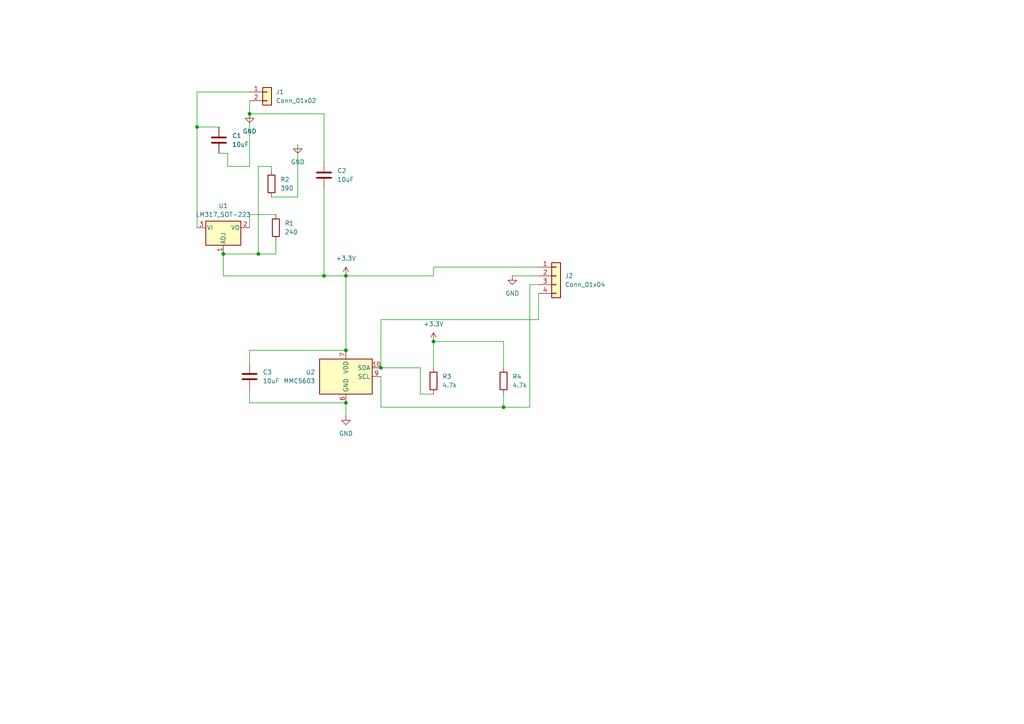
<source format=kicad_sch>
(kicad_sch
	(version 20250114)
	(generator "eeschema")
	(generator_version "9.0")
	(uuid "7be555b6-337b-47c9-81e3-e953299ba0f0")
	(paper "A4")
	(lib_symbols
		(symbol "Connector_Generic:Conn_01x02"
			(pin_names
				(offset 1.016)
				(hide yes)
			)
			(exclude_from_sim no)
			(in_bom yes)
			(on_board yes)
			(property "Reference" "J"
				(at 0 2.54 0)
				(effects
					(font
						(size 1.27 1.27)
					)
				)
			)
			(property "Value" "Conn_01x02"
				(at 0 -5.08 0)
				(effects
					(font
						(size 1.27 1.27)
					)
				)
			)
			(property "Footprint" ""
				(at 0 0 0)
				(effects
					(font
						(size 1.27 1.27)
					)
					(hide yes)
				)
			)
			(property "Datasheet" "~"
				(at 0 0 0)
				(effects
					(font
						(size 1.27 1.27)
					)
					(hide yes)
				)
			)
			(property "Description" "Generic connector, single row, 01x02, script generated (kicad-library-utils/schlib/autogen/connector/)"
				(at 0 0 0)
				(effects
					(font
						(size 1.27 1.27)
					)
					(hide yes)
				)
			)
			(property "ki_keywords" "connector"
				(at 0 0 0)
				(effects
					(font
						(size 1.27 1.27)
					)
					(hide yes)
				)
			)
			(property "ki_fp_filters" "Connector*:*_1x??_*"
				(at 0 0 0)
				(effects
					(font
						(size 1.27 1.27)
					)
					(hide yes)
				)
			)
			(symbol "Conn_01x02_1_1"
				(rectangle
					(start -1.27 1.27)
					(end 1.27 -3.81)
					(stroke
						(width 0.254)
						(type default)
					)
					(fill
						(type background)
					)
				)
				(rectangle
					(start -1.27 0.127)
					(end 0 -0.127)
					(stroke
						(width 0.1524)
						(type default)
					)
					(fill
						(type none)
					)
				)
				(rectangle
					(start -1.27 -2.413)
					(end 0 -2.667)
					(stroke
						(width 0.1524)
						(type default)
					)
					(fill
						(type none)
					)
				)
				(pin passive line
					(at -5.08 0 0)
					(length 3.81)
					(name "Pin_1"
						(effects
							(font
								(size 1.27 1.27)
							)
						)
					)
					(number "1"
						(effects
							(font
								(size 1.27 1.27)
							)
						)
					)
				)
				(pin passive line
					(at -5.08 -2.54 0)
					(length 3.81)
					(name "Pin_2"
						(effects
							(font
								(size 1.27 1.27)
							)
						)
					)
					(number "2"
						(effects
							(font
								(size 1.27 1.27)
							)
						)
					)
				)
			)
			(embedded_fonts no)
		)
		(symbol "Connector_Generic:Conn_01x04"
			(pin_names
				(offset 1.016)
				(hide yes)
			)
			(exclude_from_sim no)
			(in_bom yes)
			(on_board yes)
			(property "Reference" "J"
				(at 0 5.08 0)
				(effects
					(font
						(size 1.27 1.27)
					)
				)
			)
			(property "Value" "Conn_01x04"
				(at 0 -7.62 0)
				(effects
					(font
						(size 1.27 1.27)
					)
				)
			)
			(property "Footprint" ""
				(at 0 0 0)
				(effects
					(font
						(size 1.27 1.27)
					)
					(hide yes)
				)
			)
			(property "Datasheet" "~"
				(at 0 0 0)
				(effects
					(font
						(size 1.27 1.27)
					)
					(hide yes)
				)
			)
			(property "Description" "Generic connector, single row, 01x04, script generated (kicad-library-utils/schlib/autogen/connector/)"
				(at 0 0 0)
				(effects
					(font
						(size 1.27 1.27)
					)
					(hide yes)
				)
			)
			(property "ki_keywords" "connector"
				(at 0 0 0)
				(effects
					(font
						(size 1.27 1.27)
					)
					(hide yes)
				)
			)
			(property "ki_fp_filters" "Connector*:*_1x??_*"
				(at 0 0 0)
				(effects
					(font
						(size 1.27 1.27)
					)
					(hide yes)
				)
			)
			(symbol "Conn_01x04_1_1"
				(rectangle
					(start -1.27 3.81)
					(end 1.27 -6.35)
					(stroke
						(width 0.254)
						(type default)
					)
					(fill
						(type background)
					)
				)
				(rectangle
					(start -1.27 2.667)
					(end 0 2.413)
					(stroke
						(width 0.1524)
						(type default)
					)
					(fill
						(type none)
					)
				)
				(rectangle
					(start -1.27 0.127)
					(end 0 -0.127)
					(stroke
						(width 0.1524)
						(type default)
					)
					(fill
						(type none)
					)
				)
				(rectangle
					(start -1.27 -2.413)
					(end 0 -2.667)
					(stroke
						(width 0.1524)
						(type default)
					)
					(fill
						(type none)
					)
				)
				(rectangle
					(start -1.27 -4.953)
					(end 0 -5.207)
					(stroke
						(width 0.1524)
						(type default)
					)
					(fill
						(type none)
					)
				)
				(pin passive line
					(at -5.08 2.54 0)
					(length 3.81)
					(name "Pin_1"
						(effects
							(font
								(size 1.27 1.27)
							)
						)
					)
					(number "1"
						(effects
							(font
								(size 1.27 1.27)
							)
						)
					)
				)
				(pin passive line
					(at -5.08 0 0)
					(length 3.81)
					(name "Pin_2"
						(effects
							(font
								(size 1.27 1.27)
							)
						)
					)
					(number "2"
						(effects
							(font
								(size 1.27 1.27)
							)
						)
					)
				)
				(pin passive line
					(at -5.08 -2.54 0)
					(length 3.81)
					(name "Pin_3"
						(effects
							(font
								(size 1.27 1.27)
							)
						)
					)
					(number "3"
						(effects
							(font
								(size 1.27 1.27)
							)
						)
					)
				)
				(pin passive line
					(at -5.08 -5.08 0)
					(length 3.81)
					(name "Pin_4"
						(effects
							(font
								(size 1.27 1.27)
							)
						)
					)
					(number "4"
						(effects
							(font
								(size 1.27 1.27)
							)
						)
					)
				)
			)
			(embedded_fonts no)
		)
		(symbol "Device:C"
			(pin_numbers
				(hide yes)
			)
			(pin_names
				(offset 0.254)
			)
			(exclude_from_sim no)
			(in_bom yes)
			(on_board yes)
			(property "Reference" "C"
				(at 0.635 2.54 0)
				(effects
					(font
						(size 1.27 1.27)
					)
					(justify left)
				)
			)
			(property "Value" "C"
				(at 0.635 -2.54 0)
				(effects
					(font
						(size 1.27 1.27)
					)
					(justify left)
				)
			)
			(property "Footprint" ""
				(at 0.9652 -3.81 0)
				(effects
					(font
						(size 1.27 1.27)
					)
					(hide yes)
				)
			)
			(property "Datasheet" "~"
				(at 0 0 0)
				(effects
					(font
						(size 1.27 1.27)
					)
					(hide yes)
				)
			)
			(property "Description" "Unpolarized capacitor"
				(at 0 0 0)
				(effects
					(font
						(size 1.27 1.27)
					)
					(hide yes)
				)
			)
			(property "ki_keywords" "cap capacitor"
				(at 0 0 0)
				(effects
					(font
						(size 1.27 1.27)
					)
					(hide yes)
				)
			)
			(property "ki_fp_filters" "C_*"
				(at 0 0 0)
				(effects
					(font
						(size 1.27 1.27)
					)
					(hide yes)
				)
			)
			(symbol "C_0_1"
				(polyline
					(pts
						(xy -2.032 0.762) (xy 2.032 0.762)
					)
					(stroke
						(width 0.508)
						(type default)
					)
					(fill
						(type none)
					)
				)
				(polyline
					(pts
						(xy -2.032 -0.762) (xy 2.032 -0.762)
					)
					(stroke
						(width 0.508)
						(type default)
					)
					(fill
						(type none)
					)
				)
			)
			(symbol "C_1_1"
				(pin passive line
					(at 0 3.81 270)
					(length 2.794)
					(name "~"
						(effects
							(font
								(size 1.27 1.27)
							)
						)
					)
					(number "1"
						(effects
							(font
								(size 1.27 1.27)
							)
						)
					)
				)
				(pin passive line
					(at 0 -3.81 90)
					(length 2.794)
					(name "~"
						(effects
							(font
								(size 1.27 1.27)
							)
						)
					)
					(number "2"
						(effects
							(font
								(size 1.27 1.27)
							)
						)
					)
				)
			)
			(embedded_fonts no)
		)
		(symbol "Device:R"
			(pin_numbers
				(hide yes)
			)
			(pin_names
				(offset 0)
			)
			(exclude_from_sim no)
			(in_bom yes)
			(on_board yes)
			(property "Reference" "R"
				(at 2.032 0 90)
				(effects
					(font
						(size 1.27 1.27)
					)
				)
			)
			(property "Value" "R"
				(at 0 0 90)
				(effects
					(font
						(size 1.27 1.27)
					)
				)
			)
			(property "Footprint" ""
				(at -1.778 0 90)
				(effects
					(font
						(size 1.27 1.27)
					)
					(hide yes)
				)
			)
			(property "Datasheet" "~"
				(at 0 0 0)
				(effects
					(font
						(size 1.27 1.27)
					)
					(hide yes)
				)
			)
			(property "Description" "Resistor"
				(at 0 0 0)
				(effects
					(font
						(size 1.27 1.27)
					)
					(hide yes)
				)
			)
			(property "ki_keywords" "R res resistor"
				(at 0 0 0)
				(effects
					(font
						(size 1.27 1.27)
					)
					(hide yes)
				)
			)
			(property "ki_fp_filters" "R_*"
				(at 0 0 0)
				(effects
					(font
						(size 1.27 1.27)
					)
					(hide yes)
				)
			)
			(symbol "R_0_1"
				(rectangle
					(start -1.016 -2.54)
					(end 1.016 2.54)
					(stroke
						(width 0.254)
						(type default)
					)
					(fill
						(type none)
					)
				)
			)
			(symbol "R_1_1"
				(pin passive line
					(at 0 3.81 270)
					(length 1.27)
					(name "~"
						(effects
							(font
								(size 1.27 1.27)
							)
						)
					)
					(number "1"
						(effects
							(font
								(size 1.27 1.27)
							)
						)
					)
				)
				(pin passive line
					(at 0 -3.81 90)
					(length 1.27)
					(name "~"
						(effects
							(font
								(size 1.27 1.27)
							)
						)
					)
					(number "2"
						(effects
							(font
								(size 1.27 1.27)
							)
						)
					)
				)
			)
			(embedded_fonts no)
		)
		(symbol "Regulator_Linear:LM317_SOT-223"
			(pin_names
				(offset 0.254)
			)
			(exclude_from_sim no)
			(in_bom yes)
			(on_board yes)
			(property "Reference" "U"
				(at -3.81 3.175 0)
				(effects
					(font
						(size 1.27 1.27)
					)
				)
			)
			(property "Value" "LM317_SOT-223"
				(at 0 3.175 0)
				(effects
					(font
						(size 1.27 1.27)
					)
					(justify left)
				)
			)
			(property "Footprint" "Package_TO_SOT_SMD:SOT-223-3_TabPin2"
				(at 0 6.35 0)
				(effects
					(font
						(size 1.27 1.27)
						(italic yes)
					)
					(hide yes)
				)
			)
			(property "Datasheet" "http://www.ti.com/lit/ds/symlink/lm317.pdf"
				(at 0 0 0)
				(effects
					(font
						(size 1.27 1.27)
					)
					(hide yes)
				)
			)
			(property "Description" "1.5A 35V Adjustable Linear Regulator, SOT-223"
				(at 0 0 0)
				(effects
					(font
						(size 1.27 1.27)
					)
					(hide yes)
				)
			)
			(property "ki_keywords" "Adjustable Voltage Regulator 1A Positive"
				(at 0 0 0)
				(effects
					(font
						(size 1.27 1.27)
					)
					(hide yes)
				)
			)
			(property "ki_fp_filters" "SOT?223*TabPin2*"
				(at 0 0 0)
				(effects
					(font
						(size 1.27 1.27)
					)
					(hide yes)
				)
			)
			(symbol "LM317_SOT-223_0_1"
				(rectangle
					(start -5.08 1.905)
					(end 5.08 -5.08)
					(stroke
						(width 0.254)
						(type default)
					)
					(fill
						(type background)
					)
				)
			)
			(symbol "LM317_SOT-223_1_1"
				(pin power_in line
					(at -7.62 0 0)
					(length 2.54)
					(name "VI"
						(effects
							(font
								(size 1.27 1.27)
							)
						)
					)
					(number "3"
						(effects
							(font
								(size 1.27 1.27)
							)
						)
					)
				)
				(pin input line
					(at 0 -7.62 90)
					(length 2.54)
					(name "ADJ"
						(effects
							(font
								(size 1.27 1.27)
							)
						)
					)
					(number "1"
						(effects
							(font
								(size 1.27 1.27)
							)
						)
					)
				)
				(pin power_out line
					(at 7.62 0 180)
					(length 2.54)
					(name "VO"
						(effects
							(font
								(size 1.27 1.27)
							)
						)
					)
					(number "2"
						(effects
							(font
								(size 1.27 1.27)
							)
						)
					)
				)
			)
			(embedded_fonts no)
		)
		(symbol "Sensor_Gas:SCD40-D-R2"
			(exclude_from_sim no)
			(in_bom yes)
			(on_board yes)
			(property "Reference" "U"
				(at -7.62 6.35 0)
				(effects
					(font
						(size 1.27 1.27)
					)
				)
			)
			(property "Value" "SCD40-D-R2"
				(at 6.985 6.35 0)
				(effects
					(font
						(size 1.27 1.27)
					)
				)
			)
			(property "Footprint" "Sensor:Sensirion_SCD4x-1EP_10.1x10.1mm_P1.25mm_EP4.8x4.8mm"
				(at 0 0 0)
				(effects
					(font
						(size 1.27 1.27)
					)
					(hide yes)
				)
			)
			(property "Datasheet" "https://sensirion.com/media/documents/E0F04247/631EF271/CD_DS_SCD40_SCD41_Datasheet_D1.pdf"
				(at 0 0 0)
				(effects
					(font
						(size 1.27 1.27)
					)
					(hide yes)
				)
			)
			(property "Description" "Photoacoustic CO2 sensor, 40 000 ppm, I2C, 2.4-5.5 V, Base accuracy  400 - 2000 ppm"
				(at 0 0 0)
				(effects
					(font
						(size 1.27 1.27)
					)
					(hide yes)
				)
			)
			(property "ki_keywords" "CO2 sensor I2C"
				(at 0 0 0)
				(effects
					(font
						(size 1.27 1.27)
					)
					(hide yes)
				)
			)
			(property "ki_fp_filters" "Sensirion*SCD4?*"
				(at 0 0 0)
				(effects
					(font
						(size 1.27 1.27)
					)
					(hide yes)
				)
			)
			(symbol "SCD40-D-R2_0_1"
				(rectangle
					(start 7.62 5.08)
					(end -7.62 -5.08)
					(stroke
						(width 0.254)
						(type default)
					)
					(fill
						(type background)
					)
				)
			)
			(symbol "SCD40-D-R2_1_1"
				(pin passive line
					(at 0 7.62 270)
					(length 2.54)
					(hide yes)
					(name "VDD"
						(effects
							(font
								(size 1.27 1.27)
							)
						)
					)
					(number "19"
						(effects
							(font
								(size 1.27 1.27)
							)
						)
					)
				)
				(pin power_in line
					(at 0 7.62 270)
					(length 2.54)
					(name "VDD"
						(effects
							(font
								(size 1.27 1.27)
							)
						)
					)
					(number "7"
						(effects
							(font
								(size 1.27 1.27)
							)
						)
					)
				)
				(pin passive line
					(at 0 -7.62 90)
					(length 2.54)
					(hide yes)
					(name "GND"
						(effects
							(font
								(size 1.27 1.27)
							)
						)
					)
					(number "20"
						(effects
							(font
								(size 1.27 1.27)
							)
						)
					)
				)
				(pin passive line
					(at 0 -7.62 90)
					(length 2.54)
					(hide yes)
					(name "GND"
						(effects
							(font
								(size 1.27 1.27)
							)
						)
					)
					(number "21"
						(effects
							(font
								(size 1.27 1.27)
							)
						)
					)
				)
				(pin power_in line
					(at 0 -7.62 90)
					(length 2.54)
					(name "GND"
						(effects
							(font
								(size 1.27 1.27)
							)
						)
					)
					(number "6"
						(effects
							(font
								(size 1.27 1.27)
							)
						)
					)
				)
				(pin bidirectional line
					(at 10.16 2.54 180)
					(length 2.54)
					(name "SDA"
						(effects
							(font
								(size 1.27 1.27)
							)
						)
					)
					(number "10"
						(effects
							(font
								(size 1.27 1.27)
							)
						)
					)
				)
				(pin input line
					(at 10.16 0 180)
					(length 2.54)
					(name "SCL"
						(effects
							(font
								(size 1.27 1.27)
							)
						)
					)
					(number "9"
						(effects
							(font
								(size 1.27 1.27)
							)
						)
					)
				)
			)
			(embedded_fonts no)
		)
		(symbol "power:+3.3V"
			(power)
			(pin_numbers
				(hide yes)
			)
			(pin_names
				(offset 0)
				(hide yes)
			)
			(exclude_from_sim no)
			(in_bom yes)
			(on_board yes)
			(property "Reference" "#PWR"
				(at 0 -3.81 0)
				(effects
					(font
						(size 1.27 1.27)
					)
					(hide yes)
				)
			)
			(property "Value" "+3.3V"
				(at 0 3.556 0)
				(effects
					(font
						(size 1.27 1.27)
					)
				)
			)
			(property "Footprint" ""
				(at 0 0 0)
				(effects
					(font
						(size 1.27 1.27)
					)
					(hide yes)
				)
			)
			(property "Datasheet" ""
				(at 0 0 0)
				(effects
					(font
						(size 1.27 1.27)
					)
					(hide yes)
				)
			)
			(property "Description" "Power symbol creates a global label with name \"+3.3V\""
				(at 0 0 0)
				(effects
					(font
						(size 1.27 1.27)
					)
					(hide yes)
				)
			)
			(property "ki_keywords" "global power"
				(at 0 0 0)
				(effects
					(font
						(size 1.27 1.27)
					)
					(hide yes)
				)
			)
			(symbol "+3.3V_0_1"
				(polyline
					(pts
						(xy -0.762 1.27) (xy 0 2.54)
					)
					(stroke
						(width 0)
						(type default)
					)
					(fill
						(type none)
					)
				)
				(polyline
					(pts
						(xy 0 2.54) (xy 0.762 1.27)
					)
					(stroke
						(width 0)
						(type default)
					)
					(fill
						(type none)
					)
				)
				(polyline
					(pts
						(xy 0 0) (xy 0 2.54)
					)
					(stroke
						(width 0)
						(type default)
					)
					(fill
						(type none)
					)
				)
			)
			(symbol "+3.3V_1_1"
				(pin power_in line
					(at 0 0 90)
					(length 0)
					(name "~"
						(effects
							(font
								(size 1.27 1.27)
							)
						)
					)
					(number "1"
						(effects
							(font
								(size 1.27 1.27)
							)
						)
					)
				)
			)
			(embedded_fonts no)
		)
		(symbol "power:GND"
			(power)
			(pin_numbers
				(hide yes)
			)
			(pin_names
				(offset 0)
				(hide yes)
			)
			(exclude_from_sim no)
			(in_bom yes)
			(on_board yes)
			(property "Reference" "#PWR"
				(at 0 -6.35 0)
				(effects
					(font
						(size 1.27 1.27)
					)
					(hide yes)
				)
			)
			(property "Value" "GND"
				(at 0 -3.81 0)
				(effects
					(font
						(size 1.27 1.27)
					)
				)
			)
			(property "Footprint" ""
				(at 0 0 0)
				(effects
					(font
						(size 1.27 1.27)
					)
					(hide yes)
				)
			)
			(property "Datasheet" ""
				(at 0 0 0)
				(effects
					(font
						(size 1.27 1.27)
					)
					(hide yes)
				)
			)
			(property "Description" "Power symbol creates a global label with name \"GND\" , ground"
				(at 0 0 0)
				(effects
					(font
						(size 1.27 1.27)
					)
					(hide yes)
				)
			)
			(property "ki_keywords" "global power"
				(at 0 0 0)
				(effects
					(font
						(size 1.27 1.27)
					)
					(hide yes)
				)
			)
			(symbol "GND_0_1"
				(polyline
					(pts
						(xy 0 0) (xy 0 -1.27) (xy 1.27 -1.27) (xy 0 -2.54) (xy -1.27 -1.27) (xy 0 -1.27)
					)
					(stroke
						(width 0)
						(type default)
					)
					(fill
						(type none)
					)
				)
			)
			(symbol "GND_1_1"
				(pin power_in line
					(at 0 0 270)
					(length 0)
					(name "~"
						(effects
							(font
								(size 1.27 1.27)
							)
						)
					)
					(number "1"
						(effects
							(font
								(size 1.27 1.27)
							)
						)
					)
				)
			)
			(embedded_fonts no)
		)
	)
	(junction
		(at 125.73 99.06)
		(diameter 0)
		(color 0 0 0 0)
		(uuid "3e781a82-80e5-4dec-8a40-b20490dcbb1e")
	)
	(junction
		(at 100.33 101.6)
		(diameter 0)
		(color 0 0 0 0)
		(uuid "40662cb1-1f7f-4487-b5ba-8a3da1faa713")
	)
	(junction
		(at 57.15 36.83)
		(diameter 0)
		(color 0 0 0 0)
		(uuid "444c1ee1-901d-49e2-b13f-8154b25b9854")
	)
	(junction
		(at 64.77 73.66)
		(diameter 0)
		(color 0 0 0 0)
		(uuid "4effec0e-1c22-48dc-ab44-ed32d4e2e8b6")
	)
	(junction
		(at 146.05 118.11)
		(diameter 0)
		(color 0 0 0 0)
		(uuid "57133088-0b2c-4c3d-a6f6-dd38985eb2d4")
	)
	(junction
		(at 74.93 73.66)
		(diameter 0)
		(color 0 0 0 0)
		(uuid "7798c140-ba89-4494-ae04-1fd109950c3b")
	)
	(junction
		(at 72.39 33.02)
		(diameter 0)
		(color 0 0 0 0)
		(uuid "b173b30f-6bf7-4151-a6e2-49704cc2f9c4")
	)
	(junction
		(at 100.33 80.01)
		(diameter 0)
		(color 0 0 0 0)
		(uuid "b8a6b7d1-9a06-432a-bad9-50d5df8e4de3")
	)
	(junction
		(at 93.98 80.01)
		(diameter 0)
		(color 0 0 0 0)
		(uuid "c9c34987-4857-4799-9d81-6751fe6bc3c6")
	)
	(junction
		(at 100.33 116.84)
		(diameter 0)
		(color 0 0 0 0)
		(uuid "d4c310ae-9876-4ba3-ac16-2e3c81103c4e")
	)
	(junction
		(at 110.49 106.68)
		(diameter 0)
		(color 0 0 0 0)
		(uuid "e42dee3c-9cc6-4421-962f-71ed977c0c07")
	)
	(wire
		(pts
			(xy 74.93 48.26) (xy 74.93 73.66)
		)
		(stroke
			(width 0)
			(type default)
		)
		(uuid "00795580-643a-400c-9785-3c1d18de7682")
	)
	(wire
		(pts
			(xy 78.74 48.26) (xy 78.74 49.53)
		)
		(stroke
			(width 0)
			(type default)
		)
		(uuid "013cc673-81c7-41fe-879f-08cd45f5a223")
	)
	(wire
		(pts
			(xy 110.49 118.11) (xy 110.49 109.22)
		)
		(stroke
			(width 0)
			(type default)
		)
		(uuid "01d5e1ef-2db3-4dc3-8648-8738d6f29901")
	)
	(wire
		(pts
			(xy 72.39 26.67) (xy 57.15 26.67)
		)
		(stroke
			(width 0)
			(type default)
		)
		(uuid "074ff04f-fa34-49ae-b9ef-b18e30cd59c7")
	)
	(wire
		(pts
			(xy 57.15 26.67) (xy 57.15 36.83)
		)
		(stroke
			(width 0)
			(type default)
		)
		(uuid "091bad15-68ec-4790-83eb-9dc859ef49a1")
	)
	(wire
		(pts
			(xy 125.73 77.47) (xy 125.73 80.01)
		)
		(stroke
			(width 0)
			(type default)
		)
		(uuid "10231626-23d4-4181-bdd1-4f933ddab6e8")
	)
	(wire
		(pts
			(xy 125.73 114.3) (xy 121.92 114.3)
		)
		(stroke
			(width 0)
			(type default)
		)
		(uuid "123706b7-8b57-48af-b858-196cab7e1c05")
	)
	(wire
		(pts
			(xy 63.5 44.45) (xy 66.04 44.45)
		)
		(stroke
			(width 0)
			(type default)
		)
		(uuid "12f231ef-c562-4fe8-9fd0-9f6438b5192f")
	)
	(wire
		(pts
			(xy 100.33 80.01) (xy 100.33 101.6)
		)
		(stroke
			(width 0)
			(type default)
		)
		(uuid "1385b112-b271-4457-b69c-4c4393ba2f51")
	)
	(wire
		(pts
			(xy 156.21 85.09) (xy 156.21 92.71)
		)
		(stroke
			(width 0)
			(type default)
		)
		(uuid "222413ad-c885-4a80-a838-3c3589194717")
	)
	(wire
		(pts
			(xy 93.98 46.99) (xy 93.98 33.02)
		)
		(stroke
			(width 0)
			(type default)
		)
		(uuid "227c332a-a414-4be4-933d-ec3fc2a07e06")
	)
	(wire
		(pts
			(xy 100.33 116.84) (xy 100.33 120.65)
		)
		(stroke
			(width 0)
			(type default)
		)
		(uuid "25456ba6-73d5-4c4c-829d-1cc83ebe8aee")
	)
	(wire
		(pts
			(xy 93.98 54.61) (xy 93.98 80.01)
		)
		(stroke
			(width 0)
			(type default)
		)
		(uuid "25744d03-8609-4bc6-b3f7-4d501624b989")
	)
	(wire
		(pts
			(xy 72.39 105.41) (xy 72.39 101.6)
		)
		(stroke
			(width 0)
			(type default)
		)
		(uuid "2c199314-45c1-4e6d-bcb6-a7e364a45c63")
	)
	(wire
		(pts
			(xy 64.77 73.66) (xy 64.77 80.01)
		)
		(stroke
			(width 0)
			(type default)
		)
		(uuid "3127034e-e17a-4dbb-8b97-43f7a070c680")
	)
	(wire
		(pts
			(xy 121.92 114.3) (xy 121.92 106.68)
		)
		(stroke
			(width 0)
			(type default)
		)
		(uuid "332464d2-5174-46d7-af06-8db1a31c622b")
	)
	(wire
		(pts
			(xy 125.73 99.06) (xy 125.73 106.68)
		)
		(stroke
			(width 0)
			(type default)
		)
		(uuid "33616a6e-9b8f-4fe3-a81e-8f6a569806c4")
	)
	(wire
		(pts
			(xy 93.98 80.01) (xy 100.33 80.01)
		)
		(stroke
			(width 0)
			(type default)
		)
		(uuid "35c7c3ae-6e84-4bfb-bfb9-93485138d0a4")
	)
	(wire
		(pts
			(xy 72.39 62.23) (xy 72.39 66.04)
		)
		(stroke
			(width 0)
			(type default)
		)
		(uuid "35fc0b3e-5c81-48d9-a971-1e2ef33e2822")
	)
	(wire
		(pts
			(xy 78.74 57.15) (xy 86.36 57.15)
		)
		(stroke
			(width 0)
			(type default)
		)
		(uuid "42ef3e71-6dbb-442a-bfd8-8fdbe29cfb47")
	)
	(wire
		(pts
			(xy 72.39 101.6) (xy 100.33 101.6)
		)
		(stroke
			(width 0)
			(type default)
		)
		(uuid "46610110-b934-4e1e-858b-f16016a4e52a")
	)
	(wire
		(pts
			(xy 156.21 82.55) (xy 153.67 82.55)
		)
		(stroke
			(width 0)
			(type default)
		)
		(uuid "4b2223f3-751c-4616-b646-0b4a335e4448")
	)
	(wire
		(pts
			(xy 72.39 29.21) (xy 72.39 33.02)
		)
		(stroke
			(width 0)
			(type default)
		)
		(uuid "5a36c238-0db3-4bd7-a98a-1aa1683be44f")
	)
	(wire
		(pts
			(xy 63.5 36.83) (xy 57.15 36.83)
		)
		(stroke
			(width 0)
			(type default)
		)
		(uuid "5aef47cb-731c-415b-b341-f8ae97bf0ec2")
	)
	(wire
		(pts
			(xy 146.05 114.3) (xy 146.05 118.11)
		)
		(stroke
			(width 0)
			(type default)
		)
		(uuid "5b551e21-53dd-45a9-a06e-8d0fa1162ef9")
	)
	(wire
		(pts
			(xy 146.05 99.06) (xy 125.73 99.06)
		)
		(stroke
			(width 0)
			(type default)
		)
		(uuid "5cb68069-6674-402b-8deb-1f6262166497")
	)
	(wire
		(pts
			(xy 80.01 62.23) (xy 72.39 62.23)
		)
		(stroke
			(width 0)
			(type default)
		)
		(uuid "5d53e793-30d1-4f7d-aa80-772cec292b82")
	)
	(wire
		(pts
			(xy 64.77 73.66) (xy 74.93 73.66)
		)
		(stroke
			(width 0)
			(type default)
		)
		(uuid "71f78566-7216-45c2-bbc3-333be8d5a98b")
	)
	(wire
		(pts
			(xy 121.92 106.68) (xy 110.49 106.68)
		)
		(stroke
			(width 0)
			(type default)
		)
		(uuid "75581824-73c9-4aab-9ac7-fc442acaf49a")
	)
	(wire
		(pts
			(xy 74.93 48.26) (xy 78.74 48.26)
		)
		(stroke
			(width 0)
			(type default)
		)
		(uuid "83ea6127-f78e-42af-b5f9-d4191f1a48fd")
	)
	(wire
		(pts
			(xy 125.73 80.01) (xy 100.33 80.01)
		)
		(stroke
			(width 0)
			(type default)
		)
		(uuid "854fbf9e-b6d3-4332-bede-0bee9fb55784")
	)
	(wire
		(pts
			(xy 66.04 48.26) (xy 72.39 48.26)
		)
		(stroke
			(width 0)
			(type default)
		)
		(uuid "89323c45-b80f-457a-a4c6-2b36ac02d734")
	)
	(wire
		(pts
			(xy 72.39 33.02) (xy 93.98 33.02)
		)
		(stroke
			(width 0)
			(type default)
		)
		(uuid "8d581f22-8cdf-47a7-a1a5-65b78cb3c84c")
	)
	(wire
		(pts
			(xy 57.15 36.83) (xy 57.15 66.04)
		)
		(stroke
			(width 0)
			(type default)
		)
		(uuid "8da1e5ed-479f-49bc-9ee6-e9bd9fad65fe")
	)
	(wire
		(pts
			(xy 146.05 99.06) (xy 146.05 106.68)
		)
		(stroke
			(width 0)
			(type default)
		)
		(uuid "92ba119c-3e2e-49fd-b713-2f8a9bd4a56e")
	)
	(wire
		(pts
			(xy 74.93 73.66) (xy 80.01 73.66)
		)
		(stroke
			(width 0)
			(type default)
		)
		(uuid "938902ec-0214-4dea-9c31-a33e84eff697")
	)
	(wire
		(pts
			(xy 156.21 92.71) (xy 110.49 92.71)
		)
		(stroke
			(width 0)
			(type default)
		)
		(uuid "981ce834-eb67-46ed-89ea-ffa064e70622")
	)
	(wire
		(pts
			(xy 80.01 69.85) (xy 80.01 73.66)
		)
		(stroke
			(width 0)
			(type default)
		)
		(uuid "98f4249c-5125-457e-8a27-94c07f9e1dd3")
	)
	(wire
		(pts
			(xy 110.49 92.71) (xy 110.49 106.68)
		)
		(stroke
			(width 0)
			(type default)
		)
		(uuid "9f088126-64ed-41ba-a867-17349e8f3290")
	)
	(wire
		(pts
			(xy 86.36 41.91) (xy 86.36 57.15)
		)
		(stroke
			(width 0)
			(type default)
		)
		(uuid "a8d8d90e-88c9-4b6f-9c7e-7d849b44a9e5")
	)
	(wire
		(pts
			(xy 64.77 72.39) (xy 64.77 73.66)
		)
		(stroke
			(width 0)
			(type default)
		)
		(uuid "b27d4e02-b8a0-4ec1-984b-e05ac1fb8887")
	)
	(wire
		(pts
			(xy 72.39 48.26) (xy 72.39 33.02)
		)
		(stroke
			(width 0)
			(type default)
		)
		(uuid "b53c31e7-5669-4fe4-b7bf-f48cd89cf337")
	)
	(wire
		(pts
			(xy 64.77 80.01) (xy 93.98 80.01)
		)
		(stroke
			(width 0)
			(type default)
		)
		(uuid "b917e8a5-2ee7-41de-b630-7ac0b93fcd50")
	)
	(wire
		(pts
			(xy 146.05 118.11) (xy 110.49 118.11)
		)
		(stroke
			(width 0)
			(type default)
		)
		(uuid "ba9245b5-8320-4d46-97d2-f787372bd6c9")
	)
	(wire
		(pts
			(xy 153.67 118.11) (xy 146.05 118.11)
		)
		(stroke
			(width 0)
			(type default)
		)
		(uuid "bc365d00-0d33-4955-a955-b1e98d7128a2")
	)
	(wire
		(pts
			(xy 72.39 116.84) (xy 100.33 116.84)
		)
		(stroke
			(width 0)
			(type default)
		)
		(uuid "be3aad9b-221e-4711-b69c-cd01b18695a7")
	)
	(wire
		(pts
			(xy 148.59 80.01) (xy 156.21 80.01)
		)
		(stroke
			(width 0)
			(type default)
		)
		(uuid "ca5a0dba-dc5e-40a4-b36f-234bf1442b37")
	)
	(wire
		(pts
			(xy 156.21 77.47) (xy 125.73 77.47)
		)
		(stroke
			(width 0)
			(type default)
		)
		(uuid "ca9a69df-bbb0-46d1-be0e-e2cd93085660")
	)
	(wire
		(pts
			(xy 153.67 82.55) (xy 153.67 118.11)
		)
		(stroke
			(width 0)
			(type default)
		)
		(uuid "cdb05e4c-7e11-400a-9bf2-e75aceb9b1a3")
	)
	(wire
		(pts
			(xy 72.39 113.03) (xy 72.39 116.84)
		)
		(stroke
			(width 0)
			(type default)
		)
		(uuid "d5883fcd-7475-420b-9657-7870dbddb3e5")
	)
	(wire
		(pts
			(xy 66.04 44.45) (xy 66.04 48.26)
		)
		(stroke
			(width 0)
			(type default)
		)
		(uuid "de7ae992-db36-486a-87ec-b6278a822b65")
	)
	(symbol
		(lib_id "power:GND")
		(at 72.39 33.02 0)
		(unit 1)
		(exclude_from_sim no)
		(in_bom yes)
		(on_board yes)
		(dnp no)
		(fields_autoplaced yes)
		(uuid "0a493684-c230-4d95-b8bf-3e030ddb1323")
		(property "Reference" "#PWR01"
			(at 72.39 39.37 0)
			(effects
				(font
					(size 1.27 1.27)
				)
				(hide yes)
			)
		)
		(property "Value" "GND"
			(at 72.39 38.1 0)
			(effects
				(font
					(size 1.27 1.27)
				)
			)
		)
		(property "Footprint" ""
			(at 72.39 33.02 0)
			(effects
				(font
					(size 1.27 1.27)
				)
				(hide yes)
			)
		)
		(property "Datasheet" ""
			(at 72.39 33.02 0)
			(effects
				(font
					(size 1.27 1.27)
				)
				(hide yes)
			)
		)
		(property "Description" "Power symbol creates a global label with name \"GND\" , ground"
			(at 72.39 33.02 0)
			(effects
				(font
					(size 1.27 1.27)
				)
				(hide yes)
			)
		)
		(pin "1"
			(uuid "1b67f015-392d-4b96-961d-f915ed1dbdd5")
		)
		(instances
			(project ""
				(path "/7be555b6-337b-47c9-81e3-e953299ba0f0"
					(reference "#PWR01")
					(unit 1)
				)
			)
		)
	)
	(symbol
		(lib_id "Connector_Generic:Conn_01x02")
		(at 77.47 26.67 0)
		(unit 1)
		(exclude_from_sim no)
		(in_bom yes)
		(on_board yes)
		(dnp no)
		(fields_autoplaced yes)
		(uuid "1dbda09e-112e-4215-b235-7918111e8c0c")
		(property "Reference" "J1"
			(at 80.01 26.6699 0)
			(effects
				(font
					(size 1.27 1.27)
				)
				(justify left)
			)
		)
		(property "Value" "Conn_01x02"
			(at 80.01 29.2099 0)
			(effects
				(font
					(size 1.27 1.27)
				)
				(justify left)
			)
		)
		(property "Footprint" "Connector_PinHeader_2.54mm:PinHeader_1x02_P2.54mm_Vertical"
			(at 77.47 26.67 0)
			(effects
				(font
					(size 1.27 1.27)
				)
				(hide yes)
			)
		)
		(property "Datasheet" "~"
			(at 77.47 26.67 0)
			(effects
				(font
					(size 1.27 1.27)
				)
				(hide yes)
			)
		)
		(property "Description" "Generic connector, single row, 01x02, script generated (kicad-library-utils/schlib/autogen/connector/)"
			(at 77.47 26.67 0)
			(effects
				(font
					(size 1.27 1.27)
				)
				(hide yes)
			)
		)
		(pin "2"
			(uuid "b29afea1-8ae4-46ab-a8a4-0b97d2af0b33")
		)
		(pin "1"
			(uuid "f041f421-2c1f-4095-b1cc-2c262a9f7a80")
		)
		(instances
			(project ""
				(path "/7be555b6-337b-47c9-81e3-e953299ba0f0"
					(reference "J1")
					(unit 1)
				)
			)
		)
	)
	(symbol
		(lib_id "Device:C")
		(at 93.98 50.8 0)
		(unit 1)
		(exclude_from_sim no)
		(in_bom yes)
		(on_board yes)
		(dnp no)
		(fields_autoplaced yes)
		(uuid "1f57e93b-125a-44a1-ad75-4070a36869a7")
		(property "Reference" "C2"
			(at 97.79 49.5299 0)
			(effects
				(font
					(size 1.27 1.27)
				)
				(justify left)
			)
		)
		(property "Value" "10uF"
			(at 97.79 52.0699 0)
			(effects
				(font
					(size 1.27 1.27)
				)
				(justify left)
			)
		)
		(property "Footprint" "Capacitor_SMD:C_0805_2012Metric"
			(at 94.9452 54.61 0)
			(effects
				(font
					(size 1.27 1.27)
				)
				(hide yes)
			)
		)
		(property "Datasheet" "~"
			(at 93.98 50.8 0)
			(effects
				(font
					(size 1.27 1.27)
				)
				(hide yes)
			)
		)
		(property "Description" "Unpolarized capacitor"
			(at 93.98 50.8 0)
			(effects
				(font
					(size 1.27 1.27)
				)
				(hide yes)
			)
		)
		(pin "1"
			(uuid "55fdafe1-5f24-4665-afa1-4a54682b7b1d")
		)
		(pin "2"
			(uuid "7913a977-edf0-4379-9e6e-15792602efd1")
		)
		(instances
			(project "PCB Warm-up"
				(path "/7be555b6-337b-47c9-81e3-e953299ba0f0"
					(reference "C2")
					(unit 1)
				)
			)
		)
	)
	(symbol
		(lib_id "Device:C")
		(at 63.5 40.64 0)
		(unit 1)
		(exclude_from_sim no)
		(in_bom yes)
		(on_board yes)
		(dnp no)
		(fields_autoplaced yes)
		(uuid "228164a6-efbc-4505-ac84-d62357c92a48")
		(property "Reference" "C1"
			(at 67.31 39.3699 0)
			(effects
				(font
					(size 1.27 1.27)
				)
				(justify left)
			)
		)
		(property "Value" "10uF"
			(at 67.31 41.9099 0)
			(effects
				(font
					(size 1.27 1.27)
				)
				(justify left)
			)
		)
		(property "Footprint" "Capacitor_SMD:C_0805_2012Metric"
			(at 64.4652 44.45 0)
			(effects
				(font
					(size 1.27 1.27)
				)
				(hide yes)
			)
		)
		(property "Datasheet" "~"
			(at 63.5 40.64 0)
			(effects
				(font
					(size 1.27 1.27)
				)
				(hide yes)
			)
		)
		(property "Description" "Unpolarized capacitor"
			(at 63.5 40.64 0)
			(effects
				(font
					(size 1.27 1.27)
				)
				(hide yes)
			)
		)
		(pin "1"
			(uuid "1391fc2c-6dcc-445e-a1f8-eef971cb7089")
		)
		(pin "2"
			(uuid "2791fe4e-4044-487c-82cd-824e4759d868")
		)
		(instances
			(project ""
				(path "/7be555b6-337b-47c9-81e3-e953299ba0f0"
					(reference "C1")
					(unit 1)
				)
			)
		)
	)
	(symbol
		(lib_id "Device:R")
		(at 125.73 110.49 0)
		(unit 1)
		(exclude_from_sim no)
		(in_bom yes)
		(on_board yes)
		(dnp no)
		(fields_autoplaced yes)
		(uuid "55771e7f-4433-4f85-9f66-c95799fcadc9")
		(property "Reference" "R3"
			(at 128.27 109.2199 0)
			(effects
				(font
					(size 1.27 1.27)
				)
				(justify left)
			)
		)
		(property "Value" "4.7k"
			(at 128.27 111.7599 0)
			(effects
				(font
					(size 1.27 1.27)
				)
				(justify left)
			)
		)
		(property "Footprint" "Resistor_SMD:R_0805_2012Metric"
			(at 123.952 110.49 90)
			(effects
				(font
					(size 1.27 1.27)
				)
				(hide yes)
			)
		)
		(property "Datasheet" "~"
			(at 125.73 110.49 0)
			(effects
				(font
					(size 1.27 1.27)
				)
				(hide yes)
			)
		)
		(property "Description" "Resistor"
			(at 125.73 110.49 0)
			(effects
				(font
					(size 1.27 1.27)
				)
				(hide yes)
			)
		)
		(pin "2"
			(uuid "6cddf767-d1ee-4e9e-bc1e-23b64cf86382")
		)
		(pin "1"
			(uuid "6ef7abf3-b4f2-42d1-8580-68260d50e0a8")
		)
		(instances
			(project ""
				(path "/7be555b6-337b-47c9-81e3-e953299ba0f0"
					(reference "R3")
					(unit 1)
				)
			)
		)
	)
	(symbol
		(lib_id "Regulator_Linear:LM317_SOT-223")
		(at 64.77 66.04 0)
		(unit 1)
		(exclude_from_sim no)
		(in_bom yes)
		(on_board yes)
		(dnp no)
		(fields_autoplaced yes)
		(uuid "8a2e7d34-236d-4100-af81-85dc23fe18c5")
		(property "Reference" "U1"
			(at 64.77 59.69 0)
			(effects
				(font
					(size 1.27 1.27)
				)
			)
		)
		(property "Value" "LM317_SOT-223"
			(at 64.77 62.23 0)
			(effects
				(font
					(size 1.27 1.27)
				)
			)
		)
		(property "Footprint" "Package_TO_SOT_SMD:SOT-223-3_TabPin2"
			(at 64.77 59.69 0)
			(effects
				(font
					(size 1.27 1.27)
					(italic yes)
				)
				(hide yes)
			)
		)
		(property "Datasheet" "http://www.ti.com/lit/ds/symlink/lm317.pdf"
			(at 64.77 66.04 0)
			(effects
				(font
					(size 1.27 1.27)
				)
				(hide yes)
			)
		)
		(property "Description" "1.5A 35V Adjustable Linear Regulator, SOT-223"
			(at 64.77 66.04 0)
			(effects
				(font
					(size 1.27 1.27)
				)
				(hide yes)
			)
		)
		(pin "2"
			(uuid "f182dd3f-a1c4-49e7-905a-25a5d7909745")
		)
		(pin "1"
			(uuid "ae30de33-3b17-4091-a374-c381669a2b43")
		)
		(pin "3"
			(uuid "bc1deccd-8665-4023-8073-3e80adf221e0")
		)
		(instances
			(project ""
				(path "/7be555b6-337b-47c9-81e3-e953299ba0f0"
					(reference "U1")
					(unit 1)
				)
			)
		)
	)
	(symbol
		(lib_id "Sensor_Gas:SCD40-D-R2")
		(at 100.33 109.22 0)
		(unit 1)
		(exclude_from_sim no)
		(in_bom yes)
		(on_board yes)
		(dnp no)
		(fields_autoplaced yes)
		(uuid "acd8d909-0c24-413c-a346-fdc6581e5a48")
		(property "Reference" "U2"
			(at 91.44 107.9499 0)
			(effects
				(font
					(size 1.27 1.27)
				)
				(justify right)
			)
		)
		(property "Value" "MMC5603"
			(at 91.44 110.4899 0)
			(effects
				(font
					(size 1.27 1.27)
				)
				(justify right)
			)
		)
		(property "Footprint" "Sensor:Sensirion_SCD4x-1EP_10.1x10.1mm_P1.25mm_EP4.8x4.8mm"
			(at 100.33 109.22 0)
			(effects
				(font
					(size 1.27 1.27)
				)
				(hide yes)
			)
		)
		(property "Datasheet" "https://sensirion.com/media/documents/E0F04247/631EF271/CD_DS_SCD40_SCD41_Datasheet_D1.pdf"
			(at 100.33 109.22 0)
			(effects
				(font
					(size 1.27 1.27)
				)
				(hide yes)
			)
		)
		(property "Description" "Photoacoustic CO2 sensor, 40 000 ppm, I2C, 2.4-5.5 V, Base accuracy  400 - 2000 ppm"
			(at 100.33 109.22 0)
			(effects
				(font
					(size 1.27 1.27)
				)
				(hide yes)
			)
		)
		(pin "10"
			(uuid "9cb91349-b7d7-4e0b-b6a3-170d0ebb8a3f")
		)
		(pin "21"
			(uuid "f9b870e3-6b28-4894-a351-d0fb64307326")
		)
		(pin "7"
			(uuid "b779b3cc-816e-493d-a8a1-6b67645018ed")
		)
		(pin "6"
			(uuid "c93cfdc7-3366-432f-a7ef-87dc289fbbbb")
		)
		(pin "19"
			(uuid "4be16c19-31c1-492a-9054-07327b7eeaba")
		)
		(pin "9"
			(uuid "9469e881-c98a-4897-aeb7-c8a34963d3b5")
		)
		(pin "20"
			(uuid "8fd9acec-776c-4d9d-a305-9e195a349ee1")
		)
		(instances
			(project ""
				(path "/7be555b6-337b-47c9-81e3-e953299ba0f0"
					(reference "U2")
					(unit 1)
				)
			)
		)
	)
	(symbol
		(lib_id "power:GND")
		(at 148.59 80.01 0)
		(unit 1)
		(exclude_from_sim no)
		(in_bom yes)
		(on_board yes)
		(dnp no)
		(fields_autoplaced yes)
		(uuid "c72fc86d-6192-4690-ad51-6d47d7fd0735")
		(property "Reference" "#PWR04"
			(at 148.59 86.36 0)
			(effects
				(font
					(size 1.27 1.27)
				)
				(hide yes)
			)
		)
		(property "Value" "GND"
			(at 148.59 85.09 0)
			(effects
				(font
					(size 1.27 1.27)
				)
			)
		)
		(property "Footprint" ""
			(at 148.59 80.01 0)
			(effects
				(font
					(size 1.27 1.27)
				)
				(hide yes)
			)
		)
		(property "Datasheet" ""
			(at 148.59 80.01 0)
			(effects
				(font
					(size 1.27 1.27)
				)
				(hide yes)
			)
		)
		(property "Description" "Power symbol creates a global label with name \"GND\" , ground"
			(at 148.59 80.01 0)
			(effects
				(font
					(size 1.27 1.27)
				)
				(hide yes)
			)
		)
		(pin "1"
			(uuid "4516efa4-96b8-47dc-a2c7-a88a459a5d1f")
		)
		(instances
			(project ""
				(path "/7be555b6-337b-47c9-81e3-e953299ba0f0"
					(reference "#PWR04")
					(unit 1)
				)
			)
		)
	)
	(symbol
		(lib_id "power:+3.3V")
		(at 100.33 80.01 0)
		(unit 1)
		(exclude_from_sim no)
		(in_bom yes)
		(on_board yes)
		(dnp no)
		(fields_autoplaced yes)
		(uuid "c7447996-4c59-4e10-bef3-1e16e4750eae")
		(property "Reference" "#PWR02"
			(at 100.33 83.82 0)
			(effects
				(font
					(size 1.27 1.27)
				)
				(hide yes)
			)
		)
		(property "Value" "+3.3V"
			(at 100.33 74.93 0)
			(effects
				(font
					(size 1.27 1.27)
				)
			)
		)
		(property "Footprint" ""
			(at 100.33 80.01 0)
			(effects
				(font
					(size 1.27 1.27)
				)
				(hide yes)
			)
		)
		(property "Datasheet" ""
			(at 100.33 80.01 0)
			(effects
				(font
					(size 1.27 1.27)
				)
				(hide yes)
			)
		)
		(property "Description" "Power symbol creates a global label with name \"+3.3V\""
			(at 100.33 80.01 0)
			(effects
				(font
					(size 1.27 1.27)
				)
				(hide yes)
			)
		)
		(pin "1"
			(uuid "15a576c2-5742-4f4d-8888-51f72798ea64")
		)
		(instances
			(project ""
				(path "/7be555b6-337b-47c9-81e3-e953299ba0f0"
					(reference "#PWR02")
					(unit 1)
				)
			)
		)
	)
	(symbol
		(lib_id "power:GND")
		(at 86.36 41.91 0)
		(unit 1)
		(exclude_from_sim no)
		(in_bom yes)
		(on_board yes)
		(dnp no)
		(fields_autoplaced yes)
		(uuid "cc43da8c-2035-40c0-8d56-b3c87d2e5913")
		(property "Reference" "#PWR05"
			(at 86.36 48.26 0)
			(effects
				(font
					(size 1.27 1.27)
				)
				(hide yes)
			)
		)
		(property "Value" "GND"
			(at 86.36 46.99 0)
			(effects
				(font
					(size 1.27 1.27)
				)
			)
		)
		(property "Footprint" ""
			(at 86.36 41.91 0)
			(effects
				(font
					(size 1.27 1.27)
				)
				(hide yes)
			)
		)
		(property "Datasheet" ""
			(at 86.36 41.91 0)
			(effects
				(font
					(size 1.27 1.27)
				)
				(hide yes)
			)
		)
		(property "Description" "Power symbol creates a global label with name \"GND\" , ground"
			(at 86.36 41.91 0)
			(effects
				(font
					(size 1.27 1.27)
				)
				(hide yes)
			)
		)
		(pin "1"
			(uuid "f3d373b2-15f2-4a99-a7de-2519a0c53b5e")
		)
		(instances
			(project ""
				(path "/7be555b6-337b-47c9-81e3-e953299ba0f0"
					(reference "#PWR05")
					(unit 1)
				)
			)
		)
	)
	(symbol
		(lib_id "Device:R")
		(at 78.74 53.34 0)
		(unit 1)
		(exclude_from_sim no)
		(in_bom yes)
		(on_board yes)
		(dnp no)
		(fields_autoplaced yes)
		(uuid "d8e2aaa6-1b41-4c30-bf3b-0d6118e2d8fc")
		(property "Reference" "R2"
			(at 81.28 52.0699 0)
			(effects
				(font
					(size 1.27 1.27)
				)
				(justify left)
			)
		)
		(property "Value" "390"
			(at 81.28 54.6099 0)
			(effects
				(font
					(size 1.27 1.27)
				)
				(justify left)
			)
		)
		(property "Footprint" "Resistor_SMD:R_0805_2012Metric"
			(at 76.962 53.34 90)
			(effects
				(font
					(size 1.27 1.27)
				)
				(hide yes)
			)
		)
		(property "Datasheet" "~"
			(at 78.74 53.34 0)
			(effects
				(font
					(size 1.27 1.27)
				)
				(hide yes)
			)
		)
		(property "Description" "Resistor"
			(at 78.74 53.34 0)
			(effects
				(font
					(size 1.27 1.27)
				)
				(hide yes)
			)
		)
		(pin "2"
			(uuid "e2e9e49f-c7ac-41e4-9243-415ff784c97b")
		)
		(pin "1"
			(uuid "e44baa9e-a135-41b0-af39-a5e525da2f8c")
		)
		(instances
			(project ""
				(path "/7be555b6-337b-47c9-81e3-e953299ba0f0"
					(reference "R2")
					(unit 1)
				)
			)
		)
	)
	(symbol
		(lib_id "Device:C")
		(at 72.39 109.22 0)
		(unit 1)
		(exclude_from_sim no)
		(in_bom yes)
		(on_board yes)
		(dnp no)
		(fields_autoplaced yes)
		(uuid "da57b7e7-7d7c-4dc0-aa74-a045b61f751d")
		(property "Reference" "C3"
			(at 76.2 107.9499 0)
			(effects
				(font
					(size 1.27 1.27)
				)
				(justify left)
			)
		)
		(property "Value" "10uF"
			(at 76.2 110.4899 0)
			(effects
				(font
					(size 1.27 1.27)
				)
				(justify left)
			)
		)
		(property "Footprint" "Capacitor_SMD:C_0805_2012Metric"
			(at 73.3552 113.03 0)
			(effects
				(font
					(size 1.27 1.27)
				)
				(hide yes)
			)
		)
		(property "Datasheet" "~"
			(at 72.39 109.22 0)
			(effects
				(font
					(size 1.27 1.27)
				)
				(hide yes)
			)
		)
		(property "Description" "Unpolarized capacitor"
			(at 72.39 109.22 0)
			(effects
				(font
					(size 1.27 1.27)
				)
				(hide yes)
			)
		)
		(pin "1"
			(uuid "c075bc82-de54-48de-a7ba-15e5410253b1")
		)
		(pin "2"
			(uuid "3b507927-a09b-43a6-afd5-12b00c630a98")
		)
		(instances
			(project "PCB Warm-up"
				(path "/7be555b6-337b-47c9-81e3-e953299ba0f0"
					(reference "C3")
					(unit 1)
				)
			)
		)
	)
	(symbol
		(lib_id "Device:R")
		(at 146.05 110.49 0)
		(unit 1)
		(exclude_from_sim no)
		(in_bom yes)
		(on_board yes)
		(dnp no)
		(uuid "db653a0c-c444-443d-a80e-df97eeeb9109")
		(property "Reference" "R4"
			(at 148.59 109.2199 0)
			(effects
				(font
					(size 1.27 1.27)
				)
				(justify left)
			)
		)
		(property "Value" "4.7k"
			(at 148.59 111.7599 0)
			(effects
				(font
					(size 1.27 1.27)
				)
				(justify left)
			)
		)
		(property "Footprint" "Resistor_SMD:R_0805_2012Metric"
			(at 144.272 110.49 90)
			(effects
				(font
					(size 1.27 1.27)
				)
				(hide yes)
			)
		)
		(property "Datasheet" "~"
			(at 146.05 110.49 0)
			(effects
				(font
					(size 1.27 1.27)
				)
				(hide yes)
			)
		)
		(property "Description" "Resistor"
			(at 146.05 110.49 0)
			(effects
				(font
					(size 1.27 1.27)
				)
				(hide yes)
			)
		)
		(pin "2"
			(uuid "969cdb01-a8fb-40e9-895a-e9d97c414369")
		)
		(pin "1"
			(uuid "eb201869-3e9f-4421-af86-7ea0dfd1e967")
		)
		(instances
			(project "PCB Warm-up"
				(path "/7be555b6-337b-47c9-81e3-e953299ba0f0"
					(reference "R4")
					(unit 1)
				)
			)
		)
	)
	(symbol
		(lib_id "Device:R")
		(at 80.01 66.04 0)
		(unit 1)
		(exclude_from_sim no)
		(in_bom yes)
		(on_board yes)
		(dnp no)
		(fields_autoplaced yes)
		(uuid "db7ac131-e690-4f1f-90fe-782fcdaed468")
		(property "Reference" "R1"
			(at 82.55 64.7699 0)
			(effects
				(font
					(size 1.27 1.27)
				)
				(justify left)
			)
		)
		(property "Value" "240"
			(at 82.55 67.3099 0)
			(effects
				(font
					(size 1.27 1.27)
				)
				(justify left)
			)
		)
		(property "Footprint" "Resistor_SMD:R_0805_2012Metric"
			(at 78.232 66.04 90)
			(effects
				(font
					(size 1.27 1.27)
				)
				(hide yes)
			)
		)
		(property "Datasheet" "~"
			(at 80.01 66.04 0)
			(effects
				(font
					(size 1.27 1.27)
				)
				(hide yes)
			)
		)
		(property "Description" "Resistor"
			(at 80.01 66.04 0)
			(effects
				(font
					(size 1.27 1.27)
				)
				(hide yes)
			)
		)
		(pin "1"
			(uuid "48ee510a-1367-4dbc-8dc2-e6ae8ead12c4")
		)
		(pin "2"
			(uuid "6c9f5ca7-d1bf-4c6a-b33d-c45514ef2bd9")
		)
		(instances
			(project ""
				(path "/7be555b6-337b-47c9-81e3-e953299ba0f0"
					(reference "R1")
					(unit 1)
				)
			)
		)
	)
	(symbol
		(lib_id "Connector_Generic:Conn_01x04")
		(at 161.29 80.01 0)
		(unit 1)
		(exclude_from_sim no)
		(in_bom yes)
		(on_board yes)
		(dnp no)
		(fields_autoplaced yes)
		(uuid "e3de90b2-5b13-44ae-950b-14569c269288")
		(property "Reference" "J2"
			(at 163.83 80.0099 0)
			(effects
				(font
					(size 1.27 1.27)
				)
				(justify left)
			)
		)
		(property "Value" "Conn_01x04"
			(at 163.83 82.5499 0)
			(effects
				(font
					(size 1.27 1.27)
				)
				(justify left)
			)
		)
		(property "Footprint" "Connector_PinHeader_2.54mm:PinHeader_1x04_P2.54mm_Vertical"
			(at 161.29 80.01 0)
			(effects
				(font
					(size 1.27 1.27)
				)
				(hide yes)
			)
		)
		(property "Datasheet" "~"
			(at 161.29 80.01 0)
			(effects
				(font
					(size 1.27 1.27)
				)
				(hide yes)
			)
		)
		(property "Description" "Generic connector, single row, 01x04, script generated (kicad-library-utils/schlib/autogen/connector/)"
			(at 161.29 80.01 0)
			(effects
				(font
					(size 1.27 1.27)
				)
				(hide yes)
			)
		)
		(pin "3"
			(uuid "ef2dac2c-b33c-4296-81cc-c804c4372713")
		)
		(pin "2"
			(uuid "b02fb8b6-03cc-4c58-9c7f-76aed258e2b2")
		)
		(pin "4"
			(uuid "af5e8ffe-484c-40c9-8cff-018398eceb54")
		)
		(pin "1"
			(uuid "28a8ec22-37ba-4b80-9d29-63e5d801a322")
		)
		(instances
			(project ""
				(path "/7be555b6-337b-47c9-81e3-e953299ba0f0"
					(reference "J2")
					(unit 1)
				)
			)
		)
	)
	(symbol
		(lib_id "power:GND")
		(at 100.33 120.65 0)
		(unit 1)
		(exclude_from_sim no)
		(in_bom yes)
		(on_board yes)
		(dnp no)
		(fields_autoplaced yes)
		(uuid "ea675cf0-a8fe-40b7-b4b4-f5ee27cb1afc")
		(property "Reference" "#PWR03"
			(at 100.33 127 0)
			(effects
				(font
					(size 1.27 1.27)
				)
				(hide yes)
			)
		)
		(property "Value" "GND"
			(at 100.33 125.73 0)
			(effects
				(font
					(size 1.27 1.27)
				)
			)
		)
		(property "Footprint" ""
			(at 100.33 120.65 0)
			(effects
				(font
					(size 1.27 1.27)
				)
				(hide yes)
			)
		)
		(property "Datasheet" ""
			(at 100.33 120.65 0)
			(effects
				(font
					(size 1.27 1.27)
				)
				(hide yes)
			)
		)
		(property "Description" "Power symbol creates a global label with name \"GND\" , ground"
			(at 100.33 120.65 0)
			(effects
				(font
					(size 1.27 1.27)
				)
				(hide yes)
			)
		)
		(pin "1"
			(uuid "3985febe-6785-4ce2-8382-b1625ebaab3d")
		)
		(instances
			(project ""
				(path "/7be555b6-337b-47c9-81e3-e953299ba0f0"
					(reference "#PWR03")
					(unit 1)
				)
			)
		)
	)
	(symbol
		(lib_id "power:+3.3V")
		(at 125.73 99.06 0)
		(unit 1)
		(exclude_from_sim no)
		(in_bom yes)
		(on_board yes)
		(dnp no)
		(fields_autoplaced yes)
		(uuid "ef82f031-1d8e-4ff7-8a7d-e4d417912d85")
		(property "Reference" "#PWR06"
			(at 125.73 102.87 0)
			(effects
				(font
					(size 1.27 1.27)
				)
				(hide yes)
			)
		)
		(property "Value" "+3.3V"
			(at 125.73 93.98 0)
			(effects
				(font
					(size 1.27 1.27)
				)
			)
		)
		(property "Footprint" ""
			(at 125.73 99.06 0)
			(effects
				(font
					(size 1.27 1.27)
				)
				(hide yes)
			)
		)
		(property "Datasheet" ""
			(at 125.73 99.06 0)
			(effects
				(font
					(size 1.27 1.27)
				)
				(hide yes)
			)
		)
		(property "Description" "Power symbol creates a global label with name \"+3.3V\""
			(at 125.73 99.06 0)
			(effects
				(font
					(size 1.27 1.27)
				)
				(hide yes)
			)
		)
		(pin "1"
			(uuid "d7fb6868-65a0-496a-ae2c-0261aeb8bbe9")
		)
		(instances
			(project ""
				(path "/7be555b6-337b-47c9-81e3-e953299ba0f0"
					(reference "#PWR06")
					(unit 1)
				)
			)
		)
	)
	(sheet_instances
		(path "/"
			(page "1")
		)
	)
	(embedded_fonts no)
)

</source>
